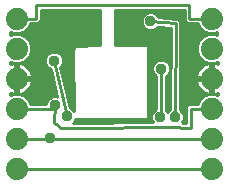
<source format=gbl>
G75*
%MOIN*%
%OFA0B0*%
%FSLAX24Y24*%
%IPPOS*%
%LPD*%
%AMOC8*
5,1,8,0,0,1.08239X$1,22.5*
%
%ADD10C,0.0740*%
%ADD11C,0.0100*%
%ADD12C,0.0376*%
D10*
X001500Y001045D03*
X001500Y002045D03*
X001500Y003045D03*
X001500Y004045D03*
X001500Y005045D03*
X001500Y006045D03*
X008000Y006045D03*
X008000Y005045D03*
X008000Y004045D03*
X008000Y003045D03*
X008000Y002045D03*
X008000Y001045D03*
D11*
X001500Y001045D01*
X001500Y002045D02*
X002622Y002045D01*
X002622Y002077D01*
X002622Y002045D02*
X008000Y002045D01*
X007299Y002410D02*
X006965Y002410D01*
X006965Y002427D01*
X003134Y002406D01*
X002975Y002407D01*
X002815Y002530D01*
X002755Y002576D01*
X002780Y003150D01*
X002780Y003045D01*
X001500Y003045D01*
X001951Y003211D02*
X002483Y003211D01*
X002482Y003209D02*
X002482Y003205D01*
X001953Y003205D01*
X001907Y003317D01*
X001772Y003452D01*
X001595Y003525D01*
X001405Y003525D01*
X001298Y003481D01*
X001298Y003564D01*
X001300Y003563D01*
X001378Y003538D01*
X001450Y003527D01*
X001450Y003995D01*
X001550Y003995D01*
X001550Y003527D01*
X001622Y003538D01*
X001700Y003563D01*
X001773Y003601D01*
X001839Y003649D01*
X001897Y003707D01*
X001945Y003773D01*
X001982Y003846D01*
X002007Y003924D01*
X002019Y003995D01*
X001550Y003995D01*
X001550Y004095D01*
X002019Y004095D01*
X002007Y004167D01*
X001982Y004245D01*
X001945Y004318D01*
X001897Y004384D01*
X001839Y004442D01*
X001773Y004490D01*
X001700Y004527D01*
X001622Y004552D01*
X001550Y004564D01*
X001550Y004095D01*
X001450Y004095D01*
X001450Y004564D01*
X001378Y004552D01*
X001300Y004527D01*
X001298Y004526D01*
X001298Y004609D01*
X001405Y004565D01*
X001595Y004565D01*
X001772Y004638D01*
X001907Y004773D01*
X001980Y004950D01*
X001980Y005141D01*
X001907Y005317D01*
X001772Y005452D01*
X001595Y005525D01*
X001405Y005525D01*
X001297Y005481D01*
X001297Y005610D01*
X001405Y005565D01*
X001595Y005565D01*
X001772Y005638D01*
X001907Y005773D01*
X001953Y005885D01*
X002208Y005885D01*
X002302Y005979D01*
X002302Y006320D01*
X004280Y006320D01*
X004280Y005150D01*
X003445Y005140D01*
X003404Y005059D01*
X003389Y004972D01*
X003402Y002973D01*
X003343Y003032D01*
X003274Y003061D01*
X002958Y004434D01*
X002999Y004474D01*
X003044Y004584D01*
X003044Y004702D01*
X002999Y004812D01*
X002915Y004896D01*
X002805Y004941D01*
X002687Y004941D01*
X002577Y004896D01*
X002493Y004812D01*
X002448Y004702D01*
X002448Y004584D01*
X002493Y004474D01*
X002577Y004390D01*
X002647Y004361D01*
X002858Y003440D01*
X002839Y003448D01*
X002721Y003448D01*
X002611Y003403D01*
X002527Y003319D01*
X002482Y003209D01*
X002523Y003310D02*
X001910Y003310D01*
X001816Y003408D02*
X002624Y003408D01*
X002843Y003507D02*
X001641Y003507D01*
X001550Y003605D02*
X001450Y003605D01*
X001450Y003704D02*
X001550Y003704D01*
X001550Y003802D02*
X001450Y003802D01*
X001450Y003901D02*
X001550Y003901D01*
X001550Y003999D02*
X002730Y003999D01*
X002707Y004098D02*
X002018Y004098D01*
X002015Y004058D02*
X002393Y004057D01*
X002685Y004196D02*
X001998Y004196D01*
X001957Y004295D02*
X002662Y004295D01*
X002574Y004393D02*
X001888Y004393D01*
X001770Y004492D02*
X002486Y004492D01*
X002448Y004590D02*
X001655Y004590D01*
X001550Y004492D02*
X001450Y004492D01*
X001450Y004393D02*
X001550Y004393D01*
X001550Y004295D02*
X001450Y004295D01*
X001450Y004196D02*
X001550Y004196D01*
X001550Y004098D02*
X001450Y004098D01*
X001960Y003802D02*
X002775Y003802D01*
X002752Y003901D02*
X002000Y003901D01*
X001894Y003704D02*
X002798Y003704D01*
X002820Y003605D02*
X001779Y003605D01*
X001359Y003507D02*
X001298Y003507D01*
X001298Y004590D02*
X001345Y004590D01*
X001822Y004689D02*
X002448Y004689D01*
X002483Y004787D02*
X001913Y004787D01*
X001953Y004886D02*
X002567Y004886D01*
X002746Y004643D02*
X003174Y002780D01*
X003383Y002567D02*
X003427Y002611D01*
X003456Y002680D01*
X005880Y002700D01*
X005890Y005153D01*
X004780Y005155D01*
X004780Y006320D01*
X007104Y006320D01*
X007104Y005978D01*
X007198Y005884D01*
X007547Y005884D01*
X007593Y005773D01*
X007728Y005638D01*
X007905Y005565D01*
X008095Y005565D01*
X008196Y005607D01*
X008197Y005483D01*
X008095Y005525D01*
X007905Y005525D01*
X007728Y005452D01*
X007593Y005317D01*
X007520Y005141D01*
X007520Y004950D01*
X007593Y004773D01*
X007728Y004638D01*
X007905Y004565D01*
X008095Y004565D01*
X008199Y004608D01*
X008199Y004527D01*
X008122Y004552D01*
X008050Y004564D01*
X008050Y004095D01*
X007950Y004095D01*
X007950Y003995D01*
X008050Y003995D01*
X008050Y003527D01*
X008122Y003538D01*
X008200Y003563D01*
X008202Y003564D01*
X008202Y003481D01*
X008095Y003525D01*
X007905Y003525D01*
X007728Y003452D01*
X007593Y003317D01*
X007547Y003205D01*
X007233Y003205D01*
X007139Y003112D01*
X007139Y002570D01*
X007048Y002570D01*
X007032Y002587D01*
X007031Y002587D01*
X007031Y002587D01*
X007022Y002587D01*
X007068Y002697D01*
X007068Y002815D01*
X007022Y002925D01*
X006942Y003005D01*
X006959Y005878D01*
X006964Y005938D01*
X006959Y005943D01*
X006959Y005951D01*
X006917Y005993D01*
X006879Y006039D01*
X006871Y006040D01*
X006866Y006045D01*
X006806Y006045D01*
X006230Y006095D01*
X006217Y006126D01*
X006133Y006210D01*
X006024Y006256D01*
X005905Y006256D01*
X005796Y006210D01*
X005712Y006126D01*
X005666Y006017D01*
X005666Y005898D01*
X005712Y005789D01*
X005796Y005705D01*
X005905Y005659D01*
X006024Y005659D01*
X006133Y005705D01*
X006205Y005776D01*
X006638Y005739D01*
X006623Y003045D01*
X006608Y003033D01*
X006608Y003024D01*
X006601Y003017D01*
X006602Y003009D01*
X006601Y003009D01*
X006530Y002938D01*
X006469Y002999D01*
X006472Y003030D01*
X006477Y003035D01*
X006477Y003036D01*
X006477Y003036D01*
X006477Y003102D01*
X006477Y003196D01*
X006479Y003244D01*
X006477Y003246D01*
X006479Y004121D01*
X006489Y004124D01*
X006573Y004208D01*
X006618Y004318D01*
X006618Y004436D01*
X006573Y004546D01*
X006489Y004630D01*
X006379Y004675D01*
X006261Y004675D01*
X006151Y004630D01*
X006067Y004546D01*
X006022Y004436D01*
X006022Y004318D01*
X006067Y004208D01*
X006151Y004124D01*
X006159Y004121D01*
X006157Y003251D01*
X006156Y003250D01*
X006157Y003188D01*
X006149Y003021D01*
X006121Y003009D01*
X006037Y002926D01*
X005992Y002816D01*
X005992Y002697D01*
X006037Y002588D01*
X006043Y002582D01*
X003383Y002567D01*
X003431Y002620D02*
X006024Y002620D01*
X005992Y002719D02*
X005880Y002719D01*
X005881Y002817D02*
X005992Y002817D01*
X006033Y002916D02*
X005881Y002916D01*
X005882Y003014D02*
X006132Y003014D01*
X006153Y003113D02*
X005882Y003113D01*
X005882Y003211D02*
X006156Y003211D01*
X006157Y003310D02*
X005883Y003310D01*
X005883Y003408D02*
X006158Y003408D01*
X006158Y003507D02*
X005883Y003507D01*
X005884Y003605D02*
X006158Y003605D01*
X006158Y003704D02*
X005884Y003704D01*
X005885Y003802D02*
X006159Y003802D01*
X006159Y003901D02*
X005885Y003901D01*
X005885Y003999D02*
X006159Y003999D01*
X006159Y004098D02*
X005886Y004098D01*
X005886Y004196D02*
X006080Y004196D01*
X006032Y004295D02*
X005886Y004295D01*
X005887Y004393D02*
X006022Y004393D01*
X006045Y004492D02*
X005887Y004492D01*
X005888Y004590D02*
X006111Y004590D01*
X005888Y004689D02*
X006632Y004689D01*
X006633Y004787D02*
X005888Y004787D01*
X005889Y004886D02*
X006633Y004886D01*
X006634Y004984D02*
X005889Y004984D01*
X005889Y005083D02*
X006634Y005083D01*
X006635Y005181D02*
X004780Y005181D01*
X004780Y005280D02*
X006635Y005280D01*
X006636Y005378D02*
X004780Y005378D01*
X004780Y005477D02*
X006636Y005477D01*
X006637Y005575D02*
X004780Y005575D01*
X004780Y005674D02*
X005871Y005674D01*
X005728Y005772D02*
X004780Y005772D01*
X004780Y005871D02*
X005678Y005871D01*
X005666Y005969D02*
X004780Y005969D01*
X004780Y006068D02*
X005687Y006068D01*
X005752Y006166D02*
X004780Y006166D01*
X004780Y006265D02*
X007104Y006265D01*
X007104Y006166D02*
X006178Y006166D01*
X005965Y005957D02*
X006799Y005885D01*
X006782Y002935D01*
X006763Y002956D01*
X006770Y002756D01*
X007026Y002916D02*
X007139Y002916D01*
X007139Y003014D02*
X006942Y003014D01*
X006943Y003113D02*
X007140Y003113D01*
X007299Y003045D02*
X007299Y002410D01*
X007139Y002620D02*
X007036Y002620D01*
X007068Y002719D02*
X007139Y002719D01*
X007139Y002817D02*
X007067Y002817D01*
X007299Y003045D02*
X008000Y003045D01*
X007549Y003211D02*
X006943Y003211D01*
X006944Y003310D02*
X007590Y003310D01*
X007684Y003408D02*
X006945Y003408D01*
X006945Y003507D02*
X007859Y003507D01*
X007878Y003538D02*
X007950Y003527D01*
X007950Y003995D01*
X007481Y003995D01*
X007493Y003924D01*
X007518Y003846D01*
X007555Y003773D01*
X007603Y003707D01*
X007661Y003649D01*
X007727Y003601D01*
X007800Y003563D01*
X007878Y003538D01*
X007950Y003605D02*
X008050Y003605D01*
X008050Y003704D02*
X007950Y003704D01*
X007950Y003802D02*
X008050Y003802D01*
X008050Y003901D02*
X007950Y003901D01*
X007950Y003999D02*
X006948Y003999D01*
X006949Y004098D02*
X007482Y004098D01*
X007481Y004095D02*
X007950Y004095D01*
X007950Y004564D01*
X007878Y004552D01*
X007800Y004527D01*
X007727Y004490D01*
X007661Y004442D01*
X007603Y004384D01*
X007555Y004318D01*
X007518Y004245D01*
X007493Y004167D01*
X007481Y004095D01*
X007502Y004196D02*
X006949Y004196D01*
X006950Y004295D02*
X007543Y004295D01*
X007612Y004393D02*
X006950Y004393D01*
X006951Y004492D02*
X007730Y004492D01*
X007845Y004590D02*
X006951Y004590D01*
X006952Y004689D02*
X007678Y004689D01*
X007587Y004787D02*
X006953Y004787D01*
X006953Y004886D02*
X007547Y004886D01*
X007520Y004984D02*
X006954Y004984D01*
X006954Y005083D02*
X007520Y005083D01*
X007537Y005181D02*
X006955Y005181D01*
X006955Y005280D02*
X007577Y005280D01*
X007654Y005378D02*
X006956Y005378D01*
X006956Y005477D02*
X007787Y005477D01*
X007881Y005575D02*
X006957Y005575D01*
X006958Y005674D02*
X007693Y005674D01*
X007594Y005772D02*
X006958Y005772D01*
X006959Y005871D02*
X007553Y005871D01*
X007264Y006044D02*
X008000Y006044D01*
X008000Y006045D01*
X008119Y005575D02*
X008197Y005575D01*
X007264Y006044D02*
X007264Y006480D01*
X002142Y006480D01*
X002142Y006045D01*
X001500Y006045D01*
X001947Y005871D02*
X004280Y005871D01*
X004280Y005969D02*
X002292Y005969D01*
X002302Y006068D02*
X004280Y006068D01*
X004280Y006166D02*
X002302Y006166D01*
X002302Y006265D02*
X004280Y006265D01*
X004280Y005772D02*
X001906Y005772D01*
X001807Y005674D02*
X004280Y005674D01*
X004280Y005575D02*
X001619Y005575D01*
X001713Y005477D02*
X004280Y005477D01*
X004280Y005378D02*
X001846Y005378D01*
X001923Y005280D02*
X004280Y005280D01*
X004280Y005181D02*
X001963Y005181D01*
X001980Y005083D02*
X003416Y005083D01*
X003391Y004984D02*
X001980Y004984D01*
X001381Y005575D02*
X001297Y005575D01*
X002925Y004886D02*
X003389Y004886D01*
X003390Y004787D02*
X003009Y004787D01*
X003044Y004689D02*
X003390Y004689D01*
X003391Y004590D02*
X003044Y004590D01*
X003006Y004492D02*
X003392Y004492D01*
X003392Y004393D02*
X002968Y004393D01*
X002990Y004295D02*
X003393Y004295D01*
X003394Y004196D02*
X003013Y004196D01*
X003035Y004098D02*
X003394Y004098D01*
X003395Y003999D02*
X003058Y003999D01*
X003081Y003901D02*
X003396Y003901D01*
X003396Y003802D02*
X003103Y003802D01*
X003126Y003704D02*
X003397Y003704D01*
X003398Y003605D02*
X003149Y003605D01*
X003171Y003507D02*
X003398Y003507D01*
X003399Y003408D02*
X003194Y003408D01*
X003216Y003310D02*
X003400Y003310D01*
X003400Y003211D02*
X003239Y003211D01*
X003262Y003113D02*
X003401Y003113D01*
X003402Y003014D02*
X003361Y003014D01*
X005179Y005309D02*
X006313Y005341D01*
X006330Y004854D01*
X006529Y004590D02*
X006631Y004590D01*
X006631Y004492D02*
X006595Y004492D01*
X006618Y004393D02*
X006630Y004393D01*
X006630Y004295D02*
X006609Y004295D01*
X006629Y004196D02*
X006561Y004196D01*
X006629Y004098D02*
X006479Y004098D01*
X006479Y003999D02*
X006628Y003999D01*
X006627Y003901D02*
X006479Y003901D01*
X006479Y003802D02*
X006627Y003802D01*
X006626Y003704D02*
X006478Y003704D01*
X006478Y003605D02*
X006626Y003605D01*
X006625Y003507D02*
X006478Y003507D01*
X006478Y003408D02*
X006625Y003408D01*
X006624Y003310D02*
X006477Y003310D01*
X006478Y003211D02*
X006623Y003211D01*
X006623Y003113D02*
X006477Y003113D01*
X006470Y003014D02*
X006601Y003014D01*
X006309Y002998D02*
X006290Y002757D01*
X006309Y002998D02*
X006317Y003185D01*
X006317Y003102D01*
X006320Y004377D01*
X006947Y003901D02*
X007500Y003901D01*
X007540Y003802D02*
X006947Y003802D01*
X006946Y003704D02*
X007606Y003704D01*
X007721Y003605D02*
X006946Y003605D01*
X007950Y004098D02*
X008050Y004098D01*
X008050Y004196D02*
X007950Y004196D01*
X007950Y004295D02*
X008050Y004295D01*
X008050Y004393D02*
X007950Y004393D01*
X007950Y004492D02*
X008050Y004492D01*
X008155Y004590D02*
X008199Y004590D01*
X008202Y003507D02*
X008141Y003507D01*
X006638Y005674D02*
X006058Y005674D01*
X006201Y005772D02*
X006253Y005772D01*
X006550Y006068D02*
X007104Y006068D01*
X007113Y005969D02*
X006941Y005969D01*
D12*
X005965Y005957D03*
X005179Y005309D03*
X006330Y004854D03*
X006320Y004377D03*
X006290Y002757D03*
X006770Y002756D03*
X003174Y002780D03*
X002780Y003150D03*
X002393Y004057D03*
X002746Y004643D03*
X002622Y002077D03*
M02*

</source>
